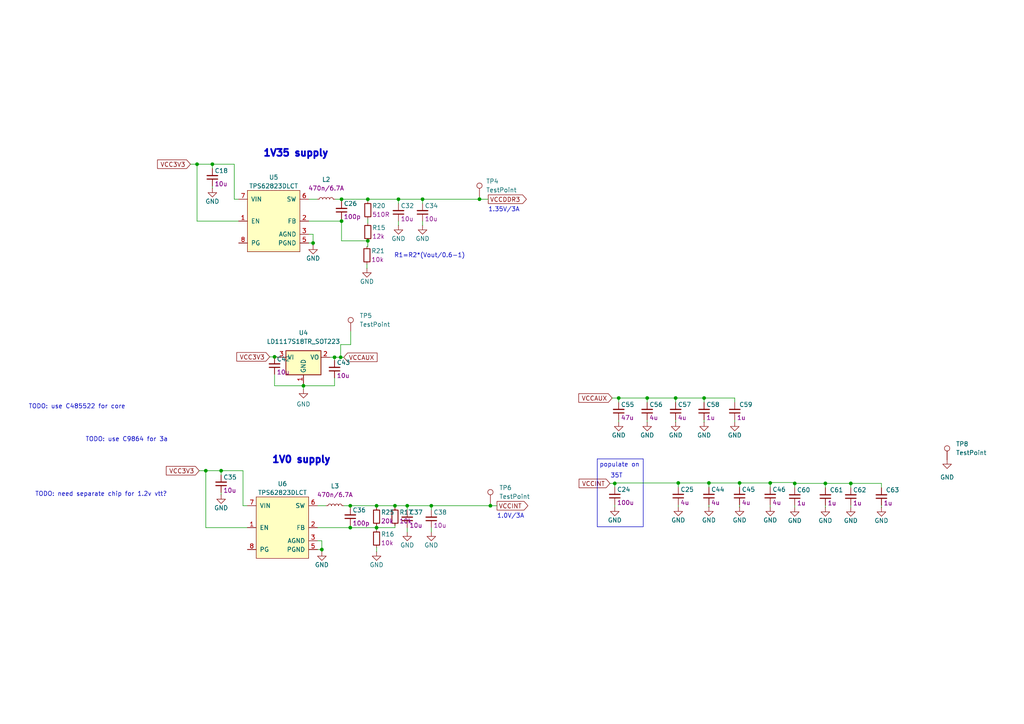
<source format=kicad_sch>
(kicad_sch (version 20230121) (generator eeschema)
  (paper "A4")
  (lib_symbols
    (symbol "C_10u_0402_1" (pin_numbers hide) (pin_names hide)
      (property "Reference" "C" (at 20.32 -5.08 0))
      (property "Val" "10u" (at 20.32 -7.62 0))
      (symbol "C_10u_0402_1_0_1"
        (polyline (pts (xy 2.032 -1.524) (xy 2.032 1.524)) (stroke (width 0.3048)))
        (polyline (pts (xy 3.048 -1.524) (xy 3.048 1.524)) (stroke (width 0.3302)))
      )
      (symbol "C_10u_0402_1_1_1"
        (pin passive line (at 0 0 0) (length 2.032) (name "~") (number "1"))
        (pin passive line (at 5.08 0 180) (length 2.032) (name "~") (number "2"))
      )
    )
    (symbol "C_10u_0402_14" (pin_numbers hide) (pin_names hide)
      (property "Reference" "C" (at 20.32 -5.08 0))
      (property "Val" "10u" (at 20.32 -7.62 0))
      (symbol "C_10u_0402_14_0_1"
        (polyline (pts (xy 2.032 -1.524) (xy 2.032 1.524)) (stroke (width 0.3048)))
        (polyline (pts (xy 3.048 -1.524) (xy 3.048 1.524)) (stroke (width 0.3302)))
      )
      (symbol "C_10u_0402_14_1_1"
        (pin passive line (at 0 0 0) (length 2.032) (name "~") (number "1"))
        (pin passive line (at 5.08 0 180) (length 2.032) (name "~") (number "2"))
      )
    )
    (symbol "C_10u_0402_15" (pin_numbers hide) (pin_names hide)
      (property "Reference" "C" (at 20.32 -5.08 0))
      (property "Val" "10u" (at 20.32 -7.62 0))
      (symbol "C_10u_0402_15_0_1"
        (polyline (pts (xy 2.032 -1.524) (xy 2.032 1.524)) (stroke (width 0.3048)))
        (polyline (pts (xy 3.048 -1.524) (xy 3.048 1.524)) (stroke (width 0.3302)))
      )
      (symbol "C_10u_0402_15_1_1"
        (pin passive line (at 0 0 0) (length 2.032) (name "~") (number "1"))
        (pin passive line (at 5.08 0 180) (length 2.032) (name "~") (number "2"))
      )
    )
    (symbol "C_10u_0402_2" (pin_numbers hide) (pin_names hide)
      (property "Reference" "C" (at 20.32 -5.08 0))
      (property "Val" "10u" (at 20.32 -7.62 0))
      (symbol "C_10u_0402_2_0_1"
        (polyline (pts (xy 2.032 -1.524) (xy 2.032 1.524)) (stroke (width 0.3048)))
        (polyline (pts (xy 3.048 -1.524) (xy 3.048 1.524)) (stroke (width 0.3302)))
      )
      (symbol "C_10u_0402_2_1_1"
        (pin passive line (at 0 0 0) (length 2.032) (name "~") (number "1"))
        (pin passive line (at 5.08 0 180) (length 2.032) (name "~") (number "2"))
      )
    )
    (symbol "C_120p_0402_1" (pin_numbers hide) (pin_names hide)
      (property "Reference" "C" (at 20.32 -5.08 0))
      (property "Val" "120p" (at 20.32 -7.62 0))
      (symbol "C_120p_0402_1_0_1"
        (polyline (pts (xy 2.032 -1.524) (xy 2.032 1.524)) (stroke (width 0.3048)))
        (polyline (pts (xy 3.048 -1.524) (xy 3.048 1.524)) (stroke (width 0.3302)))
      )
      (symbol "C_120p_0402_1_1_1"
        (pin passive line (at 0 0 0) (length 2.032) (name "~") (number "1"))
        (pin passive line (at 5.08 0 180) (length 2.032) (name "~") (number "2"))
      )
    )
    (symbol "C_470n_0402_5" (pin_numbers hide) (pin_names hide)
      (property "Reference" "C" (at 20.32 -5.08 0))
      (property "Val" "470n" (at 20.32 -7.62 0))
      (symbol "C_470n_0402_5_0_1"
        (polyline (pts (xy 2.032 -1.524) (xy 2.032 1.524)) (stroke (width 0.3048)))
        (polyline (pts (xy 3.048 -1.524) (xy 3.048 1.524)) (stroke (width 0.3302)))
      )
      (symbol "C_470n_0402_5_1_1"
        (pin passive line (at 0 0 0) (length 2.032) (name "~") (number "1"))
        (pin passive line (at 5.08 0 180) (length 2.032) (name "~") (number "2"))
      )
    )
    (symbol "C_470n_0402_9" (pin_numbers hide) (pin_names hide)
      (property "Reference" "C" (at 20.32 -5.08 0))
      (property "Val" "470n" (at 20.32 -7.62 0))
      (symbol "C_470n_0402_9_0_1"
        (polyline (pts (xy 2.032 -1.524) (xy 2.032 1.524)) (stroke (width 0.3048)))
        (polyline (pts (xy 3.048 -1.524) (xy 3.048 1.524)) (stroke (width 0.3302)))
      )
      (symbol "C_470n_0402_9_1_1"
        (pin passive line (at 0 0 0) (length 2.032) (name "~") (number "1"))
        (pin passive line (at 5.08 0 180) (length 2.032) (name "~") (number "2"))
      )
    )
    (symbol "C_47u_1210_3" (pin_numbers hide) (pin_names hide)
      (property "Reference" "C" (at 20.32 -5.08 0))
      (property "Val" "47u" (at 20.32 -7.62 0))
      (symbol "C_47u_1210_3_0_1"
        (polyline (pts (xy 2.032 -1.524) (xy 2.032 1.524)) (stroke (width 0.3048)))
        (polyline (pts (xy 3.048 -1.524) (xy 3.048 1.524)) (stroke (width 0.3302)))
      )
      (symbol "C_47u_1210_3_1_1"
        (pin passive line (at 0 0 0) (length 2.032) (name "~") (number "1"))
        (pin passive line (at 5.08 0 180) (length 2.032) (name "~") (number "2"))
      )
    )
    (symbol "C_4u7_0603_1" (pin_numbers hide) (pin_names hide)
      (property "Reference" "C" (at 20.32 -5.08 0))
      (property "Val" "4u7" (at 20.32 -7.62 0))
      (symbol "C_4u7_0603_1_0_1"
        (polyline (pts (xy 2.032 -1.524) (xy 2.032 1.524)) (stroke (width 0.3048)))
        (polyline (pts (xy 3.048 -1.524) (xy 3.048 1.524)) (stroke (width 0.3302)))
      )
      (symbol "C_4u7_0603_1_1_1"
        (pin passive line (at 0 0 0) (length 2.032) (name "~") (number "1"))
        (pin passive line (at 5.08 0 180) (length 2.032) (name "~") (number "2"))
      )
    )
    (symbol "C_4u7_0603_10" (pin_numbers hide) (pin_names hide)
      (property "Reference" "C" (at 20.32 -5.08 0))
      (property "Val" "4u7" (at 20.32 -7.62 0))
      (symbol "C_4u7_0603_10_0_1"
        (polyline (pts (xy 2.032 -1.524) (xy 2.032 1.524)) (stroke (width 0.3048)))
        (polyline (pts (xy 3.048 -1.524) (xy 3.048 1.524)) (stroke (width 0.3302)))
      )
      (symbol "C_4u7_0603_10_1_1"
        (pin passive line (at 0 0 0) (length 2.032) (name "~") (number "1"))
        (pin passive line (at 5.08 0 180) (length 2.032) (name "~") (number "2"))
      )
    )
    (symbol "C_4u7_0603_4" (pin_numbers hide) (pin_names hide)
      (property "Reference" "C" (at 20.32 -5.08 0))
      (property "Val" "4u7" (at 20.32 -7.62 0))
      (symbol "C_4u7_0603_4_0_1"
        (polyline (pts (xy 2.032 -1.524) (xy 2.032 1.524)) (stroke (width 0.3048)))
        (polyline (pts (xy 3.048 -1.524) (xy 3.048 1.524)) (stroke (width 0.3302)))
      )
      (symbol "C_4u7_0603_4_1_1"
        (pin passive line (at 0 0 0) (length 2.032) (name "~") (number "1"))
        (pin passive line (at 5.08 0 180) (length 2.032) (name "~") (number "2"))
      )
    )
    (symbol "C_4u7_0603_7" (pin_numbers hide) (pin_names hide)
      (property "Reference" "C" (at 20.32 -5.08 0))
      (property "Val" "4u7" (at 20.32 -7.62 0))
      (symbol "C_4u7_0603_7_0_1"
        (polyline (pts (xy 2.032 -1.524) (xy 2.032 1.524)) (stroke (width 0.3048)))
        (polyline (pts (xy 3.048 -1.524) (xy 3.048 1.524)) (stroke (width 0.3302)))
      )
      (symbol "C_4u7_0603_7_1_1"
        (pin passive line (at 0 0 0) (length 2.032) (name "~") (number "1"))
        (pin passive line (at 5.08 0 180) (length 2.032) (name "~") (number "2"))
      )
    )
    (symbol "C_4u7_0603_8" (pin_numbers hide) (pin_names hide)
      (property "Reference" "C" (at 20.32 -5.08 0))
      (property "Val" "4u7" (at 20.32 -7.62 0))
      (symbol "C_4u7_0603_8_0_1"
        (polyline (pts (xy 2.032 -1.524) (xy 2.032 1.524)) (stroke (width 0.3048)))
        (polyline (pts (xy 3.048 -1.524) (xy 3.048 1.524)) (stroke (width 0.3302)))
      )
      (symbol "C_4u7_0603_8_1_1"
        (pin passive line (at 0 0 0) (length 2.032) (name "~") (number "1"))
        (pin passive line (at 5.08 0 180) (length 2.032) (name "~") (number "2"))
      )
    )
    (symbol "C_4u7_0603_9" (pin_numbers hide) (pin_names hide)
      (property "Reference" "C" (at 20.32 -5.08 0))
      (property "Val" "4u7" (at 20.32 -7.62 0))
      (symbol "C_4u7_0603_9_0_1"
        (polyline (pts (xy 2.032 -1.524) (xy 2.032 1.524)) (stroke (width 0.3048)))
        (polyline (pts (xy 3.048 -1.524) (xy 3.048 1.524)) (stroke (width 0.3302)))
      )
      (symbol "C_4u7_0603_9_1_1"
        (pin passive line (at 0 0 0) (length 2.032) (name "~") (number "1"))
        (pin passive line (at 5.08 0 180) (length 2.032) (name "~") (number "2"))
      )
    )
    (symbol "Connector:TestPoint" (pin_numbers hide) (pin_names (offset 0.762) hide)
      (property "Reference" "TP" (at 0 6.858 0))
      (property "Value" "TestPoint" (at 0 5.08 0))
      (symbol "TestPoint_0_1"
        (circle (center 0 3.302) (radius 0.762))
      )
      (symbol "TestPoint_1_1"
        (pin passive line (at 0 0 90) (length 2.54) (name "1") (number "1"))
      )
    )
    (symbol "IHLP1212AEERR47M11_4" (pin_numbers hide) (pin_names hide)
      (property "Reference" "L" (at 13.97 0 0))
      (property "Val" "470n/6.7A" (at 13.97 -5.08 0))
      (symbol "IHLP1212AEERR47M11_4_0_1"
        (arc (start 1.524 0) (mid 1.016 0.5058) (end 0.508 0))
        (arc (start 2.54 0) (mid 2.032 0.5058) (end 1.524 0))
        (arc (start 3.556 0) (mid 3.048 0.5058) (end 2.54 0))
        (arc (start 4.572 0) (mid 4.064 0.5058) (end 3.556 0))
      )
      (symbol "IHLP1212AEERR47M11_4_1_1"
        (pin passive line (at 0 0 0) (length 0.508) (name "~") (number "1"))
        (pin passive line (at 5.08 0 180) (length 0.508) (name "~") (number "2"))
      )
    )
    (symbol "R_100k_0402_1" (pin_numbers hide) (pin_names hide)
      (property "Reference" "R" (at 20.32 -5.08 0))
      (property "Val" "100k" (at 20.32 -7.62 0))
      (symbol "R_100k_0402_1_0_1"
        (rectangle (start 0.635 0.889) (end 4.445 -0.889) (stroke (width 0.254)))
      )
      (symbol "R_100k_0402_1_1_1"
        (pin passive line (at 0 0 0) (length 0.635) (name "~") (number "1"))
        (pin passive line (at 5.08 0 180) (length 0.635) (name "~") (number "2"))
      )
    )
    (symbol "Regulator_Linear:LD1117S18TR_SOT223"
      (property "Reference" "U" (at -3.81 3.175 0))
      (property "Value" "LD1117S18TR_SOT223" (at 0 3.175 0))
      (symbol "LD1117S18TR_SOT223_0_1"
        (rectangle (start -5.08 -5.08) (end 5.08 1.905) (stroke (width 0.254)) (fill (type background)))
      )
      (symbol "LD1117S18TR_SOT223_1_1"
        (pin power_in line (at 0 -7.62 90) (length 2.54) (name "GND") (number "1"))
        (pin power_out line (at 7.62 0 180) (length 2.54) (name "VO") (number "2"))
        (pin power_in line (at -7.62 0 0) (length 2.54) (name "VI") (number "3"))
      )
    )
    (symbol "TPS62823DLCT_1" (pin_names (offset 1.016))
      (property "Reference" "U" (at 34.29 1.27 0))
      (property "Value" "TPS62823DLCT_1" (at 34.29 -1.27 0))
      (symbol "TPS62823DLCT_1_0_0"
        (pin no_connect line (at 17.78 -2.54 180) (length 2.54) hide (name "NC") (number "4"))
      )
      (symbol "TPS62823DLCT_1_0_1"
        (rectangle (start 2.54 2.54) (end 17.78 -15.24) (fill (type background)))
      )
      (symbol "TPS62823DLCT_1_1_1"
        (pin input line (at 0 -6.35 0) (length 2.54) (name "EN") (number "1"))
        (pin bidirectional line (at 20.32 -6.35 180) (length 2.54) (name "FB") (number "2"))
        (pin power_in line (at 20.32 -10.16 180) (length 2.54) (name "AGND") (number "3"))
        (pin power_in line (at 20.32 -12.7 180) (length 2.54) (name "PGND") (number "5"))
        (pin bidirectional line (at 20.32 0 180) (length 2.54) (name "SW") (number "6"))
        (pin power_in line (at 0 0 0) (length 2.54) (name "VIN") (number "7"))
        (pin output line (at 0 -12.7 0) (length 2.54) (name "PG") (number "8"))
      )
    )
    (symbol "TPS62823DLCT_4" (pin_names (offset 1.016))
      (property "Reference" "U" (at 34.29 1.27 0))
      (property "Value" "TPS62823DLCT_4" (at 34.29 -1.27 0))
      (symbol "TPS62823DLCT_4_0_0"
        (pin no_connect line (at 17.78 -2.54 180) (length 2.54) hide (name "NC") (number "4"))
      )
      (symbol "TPS62823DLCT_4_0_1"
        (rectangle (start 2.54 2.54) (end 17.78 -15.24) (fill (type background)))
      )
      (symbol "TPS62823DLCT_4_1_1"
        (pin input line (at 0 -6.35 0) (length 2.54) (name "EN") (number "1"))
        (pin bidirectional line (at 20.32 -6.35 180) (length 2.54) (name "FB") (number "2"))
        (pin power_in line (at 20.32 -10.16 180) (length 2.54) (name "AGND") (number "3"))
        (pin power_in line (at 20.32 -12.7 180) (length 2.54) (name "PGND") (number "5"))
        (pin bidirectional line (at 20.32 0 180) (length 2.54) (name "SW") (number "6"))
        (pin power_in line (at 0 0 0) (length 2.54) (name "VIN") (number "7"))
        (pin output line (at 0 -12.7 0) (length 2.54) (name "PG") (number "8"))
      )
    )
    (symbol "antmicroCapacitors0402:C_120p_0402" (pin_numbers hide) (pin_names hide)
      (property "Reference" "C" (at 20.32 -5.08 0))
      (property "Val" "120p" (at 20.32 -7.62 0))
      (symbol "C_120p_0402_0_1"
        (polyline (pts (xy 2.032 -1.524) (xy 2.032 1.524)) (stroke (width 0.3048)))
        (polyline (pts (xy 3.048 -1.524) (xy 3.048 1.524)) (stroke (width 0.3302)))
      )
      (symbol "C_120p_0402_1_1"
        (pin passive line (at 0 0 0) (length 2.032) (name "~") (number "1"))
        (pin passive line (at 5.08 0 180) (length 2.032) (name "~") (number "2"))
      )
    )
    (symbol "antmicroCapacitors0603:C_10u_0603" (pin_numbers hide) (pin_names hide)
      (property "Reference" "C" (at 20.32 -5.08 0))
      (property "Val" "10u" (at 20.32 -7.62 0))
      (symbol "C_10u_0603_0_1"
        (polyline (pts (xy 2.032 -1.524) (xy 2.032 1.524)) (stroke (width 0.3048)))
        (polyline (pts (xy 3.048 -1.524) (xy 3.048 1.524)) (stroke (width 0.3302)))
      )
      (symbol "C_10u_0603_1_1"
        (pin passive line (at 0 0 0) (length 2.032) (name "~") (number "1"))
        (pin passive line (at 5.08 0 180) (length 2.032) (name "~") (number "2"))
      )
    )
    (symbol "antmicroCapacitorsmisc:C_100u_1210" (pin_numbers hide) (pin_names hide)
      (property "Reference" "C" (at 20.32 -5.08 0))
      (property "Val" "100u" (at 20.32 -7.62 0))
      (symbol "C_100u_1210_0_1"
        (polyline (pts (xy 2.032 -1.524) (xy 2.032 1.524)) (stroke (width 0.3048)))
        (polyline (pts (xy 3.048 -1.524) (xy 3.048 1.524)) (stroke (width 0.3302)))
      )
      (symbol "C_100u_1210_1_1"
        (pin passive line (at 0 0 0) (length 2.032) (name "~") (number "1"))
        (pin passive line (at 5.08 0 180) (length 2.032) (name "~") (number "2"))
      )
    )
    (symbol "antmicroFixedInductors:IHLP1212AEERR47M11" (pin_numbers hide) (pin_names hide)
      (property "Reference" "L" (at 13.97 0 0))
      (property "Val" "470n/6.7A" (at 13.97 -5.08 0))
      (symbol "IHLP1212AEERR47M11_0_1"
        (arc (start 1.524 0) (mid 1.016 0.5058) (end 0.508 0))
        (arc (start 2.54 0) (mid 2.032 0.5058) (end 1.524 0))
        (arc (start 3.556 0) (mid 3.048 0.5058) (end 2.54 0))
        (arc (start 4.572 0) (mid 4.064 0.5058) (end 3.556 0))
      )
      (symbol "IHLP1212AEERR47M11_1_1"
        (pin passive line (at 0 0 0) (length 0.508) (name "~") (number "1"))
        (pin passive line (at 5.08 0 180) (length 0.508) (name "~") (number "2"))
      )
    )
    (symbol "antmicroResistors0402:R_200k_0402" (pin_numbers hide) (pin_names hide)
      (property "Reference" "R" (at 20.32 -5.08 0))
      (property "Val" "200k" (at 20.32 -7.62 0))
      (symbol "R_200k_0402_0_1"
        (rectangle (start 0.635 0.889) (end 4.445 -0.889) (stroke (width 0.254)))
      )
      (symbol "R_200k_0402_1_1"
        (pin passive line (at 0 0 0) (length 0.635) (name "~") (number "1"))
        (pin passive line (at 5.08 0 180) (length 0.635) (name "~") (number "2"))
      )
    )
    (symbol "antmicroResistors0402:R_66k5_0402" (pin_numbers hide) (pin_names hide)
      (property "Reference" "R" (at 20.32 -5.08 0))
      (property "Val" "66k5" (at 20.32 -7.62 0))
      (symbol "R_66k5_0402_0_1"
        (rectangle (start 0.635 0.889) (end 4.445 -0.889) (stroke (width 0.254)))
      )
      (symbol "R_66k5_0402_1_1"
        (pin passive line (at 0 0 0) (length 0.635) (name "~") (number "1"))
        (pin passive line (at 5.08 0 180) (length 0.635) (name "~") (number "2"))
      )
    )
    (symbol "antmicropower:GND" (power) (pin_numbers hide) (pin_names hide)
      (property "Value" "GND" (at 8.89 -5.08 0))
      (symbol "GND_1_1"
        (polyline (pts (xy 0 0) (xy 0 -1.27) (xy 1.27 -1.27) (xy 0 -2.54) (xy -1.27 -1.27) (xy 0 -1.27)))
        (pin power_in line (at 0 0 270) (length 0) (name "GND") (number "1"))
      )
    )
    (symbol "power:GND" (power) (pin_names (offset 0))
      (property "Value" "GND" (at 0 -3.81 0))
      (symbol "GND_0_1"
        (polyline (pts (xy 0 0) (xy 0 -1.27) (xy 1.27 -1.27) (xy 0 -2.54) (xy -1.27 -1.27) (xy 0 -1.27)))
      )
      (symbol "GND_1_1"
        (pin power_in line (at 0 0 270) (length 0) hide (name "GND") (number "1"))
      )
    )
  )
  (junction (at 64.135 136.525))
  (junction (at 59.69 136.525))
  (junction (at 204.216 115.443))
  (junction (at 196.723 140.081))
  (junction (at 90.805 70.485))
  (junction (at 214.503 140.081))
  (junction (at 122.555 57.785))
  (junction (at 57.15 47.625))
  (junction (at 93.345 159.385))
  (junction (at 97.028 103.632))
  (junction (at 88.011 111.887))
  (junction (at 179.451 115.443))
  (junction (at 101.6 153.035))
  (junction (at 223.393 140.081))
  (junction (at 139.065 57.785))
  (junction (at 99.06 64.135))
  (junction (at 101.6 146.685))
  (junction (at 106.68 57.785))
  (junction (at 98.806 103.632))
  (junction (at 99.06 57.785))
  (junction (at 79.629 103.505))
  (junction (at 109.22 146.685))
  (junction (at 125.095 146.685))
  (junction (at 106.68 69.85))
  (junction (at 230.505 140.208))
  (junction (at 187.706 115.443))
  (junction (at 195.961 115.443))
  (junction (at 178.308 140.208))
  (junction (at 239.395 140.208))
  (junction (at 109.22 153.035))
  (junction (at 205.613 140.081))
  (junction (at 246.761 140.208))
  (junction (at 118.11 146.685))
  (junction (at 142.24 146.685))
  (junction (at 114.554 146.685))
  (junction (at 115.57 57.785))
  (junction (at 61.595 47.625))
  (wire (pts (xy 99.06 63.5) (xy 99.06 64.135)))
  (wire (pts (xy 99.06 57.785) (xy 106.68 57.785)))
  (wire (pts (xy 97.155 57.785) (xy 99.06 57.785)))
  (wire (pts (xy 223.393 139.954) (xy 223.393 140.081)))
  (wire (pts (xy 99.695 146.685) (xy 101.6 146.685)))
  (wire (pts (xy 101.6 153.035) (xy 109.22 153.035)))
  (wire (pts (xy 89.535 70.485) (xy 90.805 70.485)))
  (wire (pts (xy 71.755 153.035) (xy 59.69 153.035)))
  (wire (pts (xy 178.308 140.081) (xy 178.308 140.208)))
  (wire (pts (xy 92.075 57.785) (xy 89.535 57.785)))
  (wire (pts (xy 230.505 140.208) (xy 230.505 141.478)))
  (wire (pts (xy 64.135 136.525) (xy 64.135 137.795)))
  (wire (pts (xy 109.22 152.4) (xy 109.22 153.035)))
  (wire (pts (xy 106.68 57.785) (xy 106.68 58.42)))
  (wire (pts (xy 99.06 69.85) (xy 99.06 64.135)))
  (wire (pts (xy 230.505 146.558) (xy 230.505 147.193)))
  (wire (pts (xy 230.505 139.954) (xy 230.505 140.208)))
  (wire (pts (xy 125.095 146.685) (xy 125.095 147.955)))
  (wire (pts (xy 101.727 99.949) (xy 98.806 99.949)))
  (wire (pts (xy 179.451 121.793) (xy 179.451 122.428)))
  (wire (pts (xy 89.535 64.135) (xy 99.06 64.135)))
  (wire (pts (xy 101.6 152.4) (xy 101.6 153.035)))
  (wire (pts (xy 97.028 109.601) (xy 97.028 111.887)))
  (wire (pts (xy 177.546 115.443) (xy 179.451 115.443)))
  (wire (pts (xy 204.216 121.793) (xy 204.216 122.428)))
  (wire (pts (xy 106.68 57.785) (xy 115.57 57.785)))
  (wire (pts (xy 79.629 108.712) (xy 79.629 111.887)))
  (wire (pts (xy 97.028 103.632) (xy 97.028 104.521)))
  (wire (pts (xy 92.075 153.035) (xy 101.6 153.035)))
  (wire (pts (xy 196.723 147.066) (xy 196.723 146.431)))
  (wire (pts (xy 213.106 121.793) (xy 213.106 122.428)))
  (wire (pts (xy 78.232 103.505) (xy 79.629 103.505)))
  (wire (pts (xy 187.706 121.793) (xy 187.706 122.428)))
  (wire (pts (xy 204.216 115.443) (xy 204.216 116.713)))
  (wire (pts (xy 176.911 140.208) (xy 178.308 140.208)))
  (wire (pts (xy 90.805 67.945) (xy 90.805 70.485)))
  (wire (pts (xy 178.308 146.431) (xy 178.308 147.066)))
  (wire (pts (xy 178.308 140.081) (xy 196.723 140.081)))
  (wire (pts (xy 59.69 153.035) (xy 59.69 136.525)))
  (wire (pts (xy 101.6 146.685) (xy 109.22 146.685)))
  (wire (pts (xy 67.945 57.785) (xy 69.215 57.785)))
  (wire (pts (xy 70.485 136.525) (xy 70.485 146.685)))
  (wire (pts (xy 114.554 146.685) (xy 118.11 146.685)))
  (wire (pts (xy 61.595 47.625) (xy 61.595 48.895)))
  (wire (pts (xy 195.961 115.443) (xy 195.961 116.713)))
  (wire (pts (xy 223.393 147.066) (xy 223.393 146.431)))
  (wire (pts (xy 196.723 140.081) (xy 196.723 141.351)))
  (wire (pts (xy 195.961 115.443) (xy 204.216 115.443)))
  (wire (pts (xy 246.761 146.558) (xy 246.761 147.193)))
  (wire (pts (xy 94.615 146.685) (xy 92.075 146.685)))
  (wire (pts (xy 106.68 69.85) (xy 106.68 71.501)))
  (polyline (pts (xy 186.563 133.096) (xy 186.563 152.781)))
  (wire (pts (xy 93.345 159.385) (xy 93.345 160.02)))
  (wire (pts (xy 67.945 57.785) (xy 67.945 47.625)))
  (wire (pts (xy 178.308 140.208) (xy 178.308 141.351)))
  (wire (pts (xy 118.11 146.685) (xy 125.095 146.685)))
  (wire (pts (xy 196.723 140.081) (xy 205.613 140.081)))
  (wire (pts (xy 57.15 47.625) (xy 61.595 47.625)))
  (wire (pts (xy 109.22 153.035) (xy 109.22 153.67)))
  (wire (pts (xy 106.426 76.581) (xy 106.426 77.851)))
  (wire (pts (xy 70.485 146.685) (xy 71.755 146.685)))
  (polyline (pts (xy 173.228 133.096) (xy 173.228 152.781)))
  (wire (pts (xy 92.075 159.385) (xy 93.345 159.385)))
  (wire (pts (xy 99.06 57.785) (xy 99.06 58.42)))
  (wire (pts (xy 205.613 140.081) (xy 214.503 140.081)))
  (wire (pts (xy 90.805 70.485) (xy 90.805 71.12)))
  (wire (pts (xy 125.095 153.035) (xy 125.095 154.305)))
  (wire (pts (xy 142.24 146.05) (xy 142.24 146.685)))
  (wire (pts (xy 98.806 99.949) (xy 98.806 103.632)))
  (wire (pts (xy 230.505 140.208) (xy 239.395 140.208)))
  (wire (pts (xy 139.065 57.785) (xy 141.605 57.785)))
  (wire (pts (xy 179.451 115.443) (xy 187.706 115.443)))
  (wire (pts (xy 246.761 140.208) (xy 255.651 140.208)))
  (wire (pts (xy 205.613 147.066) (xy 205.613 146.431)))
  (wire (pts (xy 255.651 140.208) (xy 255.651 141.478)))
  (wire (pts (xy 139.065 57.15) (xy 139.065 57.785)))
  (wire (pts (xy 93.345 156.845) (xy 93.345 159.385)))
  (wire (pts (xy 204.216 115.443) (xy 213.106 115.443)))
  (wire (pts (xy 89.535 67.945) (xy 90.805 67.945)))
  (wire (pts (xy 101.727 96.139) (xy 101.727 99.949)))
  (wire (pts (xy 106.68 71.501) (xy 106.426 71.501)))
  (polyline (pts (xy 186.563 152.781) (xy 173.228 152.781)))
  (wire (pts (xy 239.395 146.558) (xy 239.395 147.193)))
  (wire (pts (xy 106.68 63.5) (xy 106.68 64.77)))
  (wire (pts (xy 67.945 47.625) (xy 61.595 47.625)))
  (wire (pts (xy 79.629 103.505) (xy 80.391 103.505)))
  (wire (pts (xy 214.503 147.066) (xy 214.503 146.431)))
  (wire (pts (xy 115.57 57.785) (xy 115.57 59.055)))
  (wire (pts (xy 57.785 136.525) (xy 59.69 136.525)))
  (wire (pts (xy 109.22 146.685) (xy 109.22 147.32)))
  (wire (pts (xy 187.706 115.443) (xy 195.961 115.443)))
  (wire (pts (xy 109.22 146.685) (xy 114.554 146.685)))
  (wire (pts (xy 122.555 57.785) (xy 139.065 57.785)))
  (wire (pts (xy 97.028 111.887) (xy 88.011 111.887)))
  (wire (pts (xy 125.095 146.685) (xy 142.24 146.685)))
  (wire (pts (xy 59.69 136.525) (xy 64.135 136.525)))
  (wire (pts (xy 98.806 103.632) (xy 99.695 103.632)))
  (wire (pts (xy 195.961 121.793) (xy 195.961 122.428)))
  (wire (pts (xy 79.629 111.887) (xy 88.011 111.887)))
  (wire (pts (xy 70.485 136.525) (xy 64.135 136.525)))
  (wire (pts (xy 187.706 115.443) (xy 187.706 116.713)))
  (wire (pts (xy 114.554 153.035) (xy 109.22 153.035)))
  (wire (pts (xy 239.395 140.208) (xy 239.395 141.478)))
  (wire (pts (xy 64.135 142.875) (xy 64.135 143.51)))
  (wire (pts (xy 118.11 146.685) (xy 118.11 147.955)))
  (wire (pts (xy 88.011 111.887) (xy 88.011 112.903)))
  (wire (pts (xy 115.57 64.135) (xy 115.57 65.405)))
  (wire (pts (xy 214.503 140.081) (xy 223.393 140.081)))
  (wire (pts (xy 255.651 146.558) (xy 255.651 147.193)))
  (wire (pts (xy 55.245 47.625) (xy 57.15 47.625)))
  (wire (pts (xy 239.395 140.208) (xy 246.761 140.208)))
  (wire (pts (xy 246.761 140.208) (xy 246.761 141.478)))
  (wire (pts (xy 122.555 64.135) (xy 122.555 65.405)))
  (wire (pts (xy 223.393 139.954) (xy 230.505 139.954)))
  (wire (pts (xy 142.24 146.685) (xy 144.145 146.685)))
  (wire (pts (xy 205.613 140.081) (xy 205.613 141.351)))
  (wire (pts (xy 118.11 153.035) (xy 118.11 154.305)))
  (wire (pts (xy 57.15 64.135) (xy 69.215 64.135)))
  (wire (pts (xy 101.6 146.685) (xy 101.6 147.32)))
  (wire (pts (xy 179.451 115.443) (xy 179.451 116.713)))
  (wire (pts (xy 57.15 47.625) (xy 57.15 64.135)))
  (wire (pts (xy 95.631 103.632) (xy 97.028 103.632)))
  (wire (pts (xy 213.106 115.443) (xy 213.106 116.713)))
  (wire (pts (xy 92.075 156.845) (xy 93.345 156.845)))
  (wire (pts (xy 223.393 140.081) (xy 223.393 141.351)))
  (wire (pts (xy 214.503 140.081) (xy 214.503 141.351)))
  (wire (pts (xy 106.68 69.85) (xy 99.06 69.85)))
  (wire (pts (xy 115.57 57.785) (xy 122.555 57.785)))
  (wire (pts (xy 114.554 146.685) (xy 114.554 147.32)))
  (wire (pts (xy 122.555 57.785) (xy 122.555 59.055)))
  (wire (pts (xy 114.554 152.4) (xy 114.554 153.035)))
  (wire (pts (xy 80.391 103.505) (xy 80.391 103.632)))
  (wire (pts (xy 109.22 158.75) (xy 109.22 160.02)))
  (wire (pts (xy 61.595 53.975) (xy 61.595 54.61)))
  (wire (pts (xy 88.011 111.252) (xy 88.011 111.887)))
  (wire (pts (xy 97.028 103.632) (xy 98.806 103.632)))
  (polyline (pts (xy 173.228 133.096) (xy 186.563 133.096)))
  (text "35T" (at 177.038 138.811 0) (effects (font (size 1.27 1.27)) (justify left bottom)))
  (text "1.35V/3A" (at 141.605 61.595 0) (effects (font (size 1.27 1.27)) (justify left bottom)))
  (text "1V0 supply" (at 78.74 134.62 0) (effects (font (size 2 2) (thickness 0.5994) bold) (justify left bottom)))
  (text "TODO: use C9864 for 3a" (at 24.765 128.27 0) (effects (font (size 1.27 1.27)) (justify left bottom)))
  (text "R1=R2*(Vout/0.6-1)" (at 114.3 74.93 0) (effects (font (size 1.27 1.27)) (justify left bottom)))
  (text "TODO: use C485522 for core" (at 8.255 118.745 0) (effects (font (size 1.27 1.27)) (justify left bottom)))
  (text "1V35 supply" (at 76.2 45.72 0) (effects (font (size 2 2) (thickness 0.5994) bold) (justify left bottom)))
  (text "1.0V/3A" (at 144.145 150.495 0) (effects (font (size 1.27 1.27)) (justify left bottom)))
  (text "TODO: need separate chip for 1.2v vtt?" (at 10.16 144.145 0) (effects (font (size 1.27 1.27)) (justify left bottom)))
  (text "populate on \n" (at 173.863 135.636 0) (effects (font (size 1.27 1.27)) (justify left bottom)))
  (global_label "VCCDDR3" (shape output) (at 141.605 57.785 0) (property "Intersheetrefs" "${INTERSHEET_REFS}" (effects hide)))
  (global_label "VCC3V3" (shape input) (at 78.232 103.505 180) (property "Intersheetrefs" "${INTERSHEET_REFS}" (effects hide)))
  (global_label "VCC3V3" (shape input) (at 57.785 136.525 180) (property "Intersheetrefs" "${INTERSHEET_REFS}" (effects hide)))
  (global_label "VCCAUX" (shape input) (at 99.695 103.632 0) (property "Intersheetrefs" "${INTERSHEET_REFS}" (effects hide)))
  (global_label "VCCAUX" (shape input) (at 177.546 115.443 180) (property "Intersheetrefs" "${INTERSHEET_REFS}" (effects hide)))
  (global_label "VCCINT" (shape output) (at 144.145 146.685 0) (property "Intersheetrefs" "${INTERSHEET_REFS}" (effects hide)))
  (global_label "VCCINT" (shape input) (at 176.911 140.208 180) (property "Intersheetrefs" "${INTERSHEET_REFS}" (effects hide)))
  (global_label "VCC3V3" (shape input) (at 55.245 47.625 180) (property "Intersheetrefs" "${INTERSHEET_REFS}" (effects hide)))
  (symbol (lib_id "antmicropower:GND") (at 125.095 154.305 0) (unit 1)
    (property "Reference" "#PWR043" (effects hide))
    (property "Value" "GND" (at 125.095 158.115 0))
    (property "Author" "Antmicro" (effects hide))
    (property "License" "Apache-2.0" (effects hide))
  )
  (symbol (lib_id "antmicropower:GND") (at 122.555 65.405 0) (unit 1)
    (property "Reference" "#PWR038" (effects hide))
    (property "Value" "GND" (at 122.555 69.215 0))
    (property "Author" "Antmicro" (effects hide))
    (property "License" "Apache-2.0" (effects hide))
  )
  (symbol (lib_name "C_10u_0402_1") (lib_id "antmicroCapacitors0402:C_10u_0402") (at 97.028 109.601 90) (unit 1)
    (property "Reference" "C43" (at 97.663 105.156 90) (effects (justify right)))
    (property "Value" "10u" (effects hide))
    (property "Footprint" "antmicro-footprints:C_0402_1005Metric" (effects hide))
    (property "Datasheet" " " (effects hide))
    (property "Manufacturer" "Yaego" (effects hide))
    (property "MPN" "CC0402MRX5R5BB106" (effects hide))
    (property "Val" "10u" (at 97.663 108.966 90) (effects (justify right)))
    (property "License" "Apache-2.0" (effects hide))
    (property "Author" "Antmicro" (effects hide))
    (property "LCSC" "C15525" (effects hide))
  )
  (symbol (lib_id "antmicropower:GND") (at 64.135 143.51 0) (unit 1)
    (property "Reference" "#PWR039" (effects hide))
    (property "Value" "GND" (at 64.135 147.32 0))
    (property "Author" "Antmicro" (effects hide))
    (property "License" "Apache-2.0" (effects hide))
  )
  (symbol (lib_id "antmicropower:GND") (at 178.308 147.066 0) (unit 1)
    (property "Reference" "#PWR012" (effects hide))
    (property "Value" "GND" (at 178.308 150.876 0))
    (property "Author" "Antmicro" (effects hide))
    (property "License" "Apache-2.0" (effects hide))
  )
  (symbol (lib_id "antmicropower:GND") (at 214.503 147.066 0) (mirror y) (unit 1)
    (property "Reference" "#PWR019" (effects hide))
    (property "Value" "GND" (at 214.503 150.876 0))
    (property "Author" "Antmicro" (effects hide))
    (property "License" "Apache-2.0" (effects hide))
  )
  (symbol (lib_name "R_100k_0402_1") (lib_id "antmicroResistors0402:R_100k_0402") (at 109.22 153.67 270) (unit 1)
    (property "Reference" "R16" (at 110.49 154.94 90) (effects (justify left)))
    (property "Value" "10k" (effects hide))
    (property "Footprint" "antmicro-footprints:R_0402_1005Metric" (effects hide))
    (property "Datasheet" "https://www.bourns.com/docs/product-datasheets/cr.pdf" (effects hide))
    (property "Manufacturer" "Bourns" (effects hide))
    (property "MPN" "CR0402-FX-1003GLF" (effects hide))
    (property "Val" "10k" (at 110.49 157.48 90) (effects (justify left)))
    (property "License" "Apache-2.0" (effects hide))
    (property "Author" "Antmicro" (effects hide))
    (property "Tolerance" "1%" (effects hide))
    (property "LCSC" "C25744" (effects hide))
  )
  (symbol (lib_name "C_120p_0402_1") (lib_id "antmicroCapacitors0402:C_120p_0402") (at 99.06 63.5 90) (unit 1)
    (property "Reference" "C26" (at 99.695 59.055 90) (effects (justify right)))
    (property "Value" "100p" (effects hide))
    (property "Footprint" "antmicro-footprints:C_0402_1005Metric" (effects hide))
    (property "Datasheet" " " (effects hide))
    (property "Manufacturer" "KEMET" (effects hide))
    (property "MPN" "C0402C121J5GACTU" (effects hide))
    (property "Val" "100p" (at 99.695 62.865 90) (effects (justify right)))
    (property "License" "Apache-2.0" (effects hide))
    (property "Author" "Antmicro" (effects hide))
    (property "LCSC" "C1546" (effects hide))
  )
  (symbol (lib_id "antmicroResistors0402:R_200k_0402") (at 106.68 63.5 90) (unit 1)
    (property "Reference" "R20" (at 107.95 59.69 90) (effects (justify right)))
    (property "Value" "510R" (effects hide))
    (property "Footprint" "antmicro-footprints:R_0402_1005Metric" (effects hide))
    (property "Datasheet" "https://www.bourns.com/docs/product-datasheets/cr.pdf" (effects hide))
    (property "MPN" "CR0402-FX-2003GLF" (effects hide))
    (property "Manufacturer" "Bourns" (effects hide))
    (property "License" "Apache-2.0" (effects hide))
    (property "Author" "Antmicro" (effects hide))
    (property "Val" "510R" (at 107.95 62.23 90) (effects (justify right)))
    (property "Tolerance" "1%" (effects hide))
    (property "LCSC" "C25123" (effects hide))
  )
  (symbol (lib_id "antmicropower:GND") (at 109.22 160.02 0) (unit 1)
    (property "Reference" "#PWR041" (effects hide))
    (property "Value" "GND" (at 109.22 163.83 0))
    (property "Author" "Antmicro" (effects hide))
    (property "License" "Apache-2.0" (effects hide))
  )
  (symbol (lib_id "antmicropower:GND") (at 187.706 122.428 0) (unit 1)
    (property "Reference" "#PWR037" (effects hide))
    (property "Value" "GND" (at 187.706 126.238 0))
    (property "Author" "Antmicro" (effects hide))
    (property "License" "Apache-2.0" (effects hide))
  )
  (symbol (lib_id "antmicropower:GND") (at 213.106 122.428 0) (unit 1)
    (property "Reference" "#PWR045" (effects hide))
    (property "Value" "GND" (at 213.106 126.238 0))
    (property "Author" "Antmicro" (effects hide))
    (property "License" "Apache-2.0" (effects hide))
  )
  (symbol (lib_id "antmicropower:GND") (at 179.451 122.428 0) (unit 1)
    (property "Reference" "#PWR033" (effects hide))
    (property "Value" "GND" (at 179.451 126.238 0))
    (property "Author" "Antmicro" (effects hide))
    (property "License" "Apache-2.0" (effects hide))
  )
  (symbol (lib_id "antmicropower:GND") (at 239.395 147.193 0) (unit 1)
    (property "Reference" "#PWR047" (effects hide))
    (property "Value" "GND" (at 239.395 151.003 0))
    (property "Author" "Antmicro" (effects hide))
    (property "License" "Apache-2.0" (effects hide))
  )
  (symbol (lib_id "Connector:TestPoint") (at 274.701 133.35 0) (unit 1)
    (property "Reference" "TP8" (at 277.241 128.778 0) (effects (justify left)))
    (property "Value" "TestPoint" (at 277.241 131.318 0) (effects (justify left)))
    (property "Footprint" "TestPoint:TestPoint_Pad_D1.0mm" (effects hide))
  )
  (symbol (lib_id "antmicropower:GND") (at 61.595 54.61 0) (unit 1)
    (property "Reference" "#PWR020" (effects hide))
    (property "Value" "GND" (at 61.595 58.42 0))
    (property "Author" "Antmicro" (effects hide))
    (property "License" "Apache-2.0" (effects hide))
  )
  (symbol (lib_id "antmicroCapacitorsmisc:C_100u_1210") (at 178.308 146.431 90) (unit 1)
    (property "Reference" "C24" (at 178.943 141.986 90) (effects (justify right)))
    (property "Value" "100u" (effects hide))
    (property "Footprint" "antmicro-footprints:C_1206_3216Metric" (effects hide))
    (property "Datasheet" " " (effects hide))
    (property "Manufacturer" "Samsung" (effects hide))
    (property "MPN" "CL32A107MQVNNNE" (effects hide))
    (property "Val" "100u" (at 178.943 145.796 90) (effects (justify right)))
    (property "License" "Apache-2.0" (effects hide))
    (property "Author" "Antmicro" (effects hide))
    (property "LCSC" "C15008" (effects hide))
  )
  (symbol (lib_name "C_10u_0402_1") (lib_id "antmicroCapacitors0402:C_10u_0402") (at 79.629 108.585 90) (unit 1)
    (property "Reference" "C42" (at 80.264 104.14 90) (effects (justify right)))
    (property "Value" "10u" (effects hide))
    (property "Footprint" "antmicro-footprints:C_0402_1005Metric" (effects hide))
    (property "Datasheet" " " (effects hide))
    (property "Manufacturer" "Yaego" (effects hide))
    (property "MPN" "CC0402MRX5R5BB106" (effects hide))
    (property "Val" "10u" (at 80.264 107.95 90) (effects (justify right)))
    (property "License" "Apache-2.0" (effects hide))
    (property "Author" "Antmicro" (effects hide))
    (property "LCSC" "C15525" (effects hide))
  )
  (symbol (lib_name "C_4u7_0603_9") (lib_id "antmicroCapacitors0603:C_4u7_0603") (at 196.723 146.431 90) (unit 1)
    (property "Reference" "C25" (at 197.358 141.986 90) (effects (justify right)))
    (property "Value" "4u7" (effects hide))
    (property "Footprint" "antmicro-footprints:C_0402_1005Metric" (effects hide))
    (property "Datasheet" " " (effects hide))
    (property "Manufacturer" "TDK" (effects hide))
    (property "MPN" "C1608X5R1V475M080AC" (effects hide))
    (property "Val" "4u" (at 197.358 145.796 90) (effects (justify right)))
    (property "License" "Apache-2.0" (effects hide))
    (property "Author" "Antmicro" (effects hide))
    (property "LCSC" "C23733" (effects hide))
  )
  (symbol (lib_name "C_470n_0402_5") (lib_id "antmicroCapacitors0402:C_470n_0402") (at 230.505 146.558 90) (unit 1)
    (property "Reference" "C60" (at 231.14 142.113 90) (effects (justify right)))
    (property "Value" "1u" (effects hide))
    (property "Footprint" "antmicro-footprints:C_0402_1005Metric" (effects hide))
    (property "Datasheet" " " (effects hide))
    (property "Manufacturer" "TDK" (effects hide))
    (property "MPN" "C1005X5R1E474M050BB" (effects hide))
    (property "Val" "1u" (at 231.14 145.923 90) (effects (justify right)))
    (property "License" "Apache-2.0" (effects hide))
    (property "Author" "Antmicro" (effects hide))
    (property "LCSC" "C52923" (effects hide))
  )
  (symbol (lib_id "antmicroFixedInductors:IHLP1212AEERR47M11") (at 92.075 57.785 0) (unit 1)
    (property "Reference" "L2" (at 94.615 52.07 0))
    (property "Value" "IHLP1212AEERR47M11" (effects hide))
    (property "Footprint" "nf_tpu:MHCI05030" (effects hide))
    (property "Manufacturer" "Vishay" (effects hide))
    (property "MPN" "IHLP1212AEERR47M11" (effects hide))
    (property "Val" "470n/6.7A" (at 94.615 54.61 0))
    (property "Size" "3.0x3.0" (effects hide))
    (property "Author" "Antmicro" (effects hide))
    (property "License" "Apache-2.0" (effects hide))
    (property "LCSC2" "C844966" (effects hide))
    (property "LCSC" "C329374" (effects hide))
  )
  (symbol (lib_id "antmicropower:GND") (at 118.11 154.305 0) (unit 1)
    (property "Reference" "#PWR042" (effects hide))
    (property "Value" "GND" (at 118.11 158.115 0))
    (property "Author" "Antmicro" (effects hide))
    (property "License" "Apache-2.0" (effects hide))
  )
  (symbol (lib_name "C_4u7_0603_10") (lib_id "antmicroCapacitors0603:C_4u7_0603") (at 205.613 146.431 90) (unit 1)
    (property "Reference" "C44" (at 206.248 141.986 90) (effects (justify right)))
    (property "Value" "4u7" (effects hide))
    (property "Footprint" "antmicro-footprints:C_0402_1005Metric" (effects hide))
    (property "Datasheet" " " (effects hide))
    (property "Manufacturer" "TDK" (effects hide))
    (property "MPN" "C1608X5R1V475M080AC" (effects hide))
    (property "Val" "4u" (at 206.248 145.796 90) (effects (justify right)))
    (property "License" "Apache-2.0" (effects hide))
    (property "Author" "Antmicro" (effects hide))
    (property "LCSC" "C23733" (effects hide))
  )
  (symbol (lib_name "C_4u7_0603_4") (lib_id "antmicroCapacitors0603:C_4u7_0603") (at 187.706 121.793 90) (unit 1)
    (property "Reference" "C56" (at 188.341 117.348 90) (effects (justify right)))
    (property "Value" "4u7" (effects hide))
    (property "Footprint" "antmicro-footprints:C_0402_1005Metric" (effects hide))
    (property "Datasheet" " " (effects hide))
    (property "Manufacturer" "TDK" (effects hide))
    (property "MPN" "C1608X5R1V475M080AC" (effects hide))
    (property "Val" "4u" (at 188.341 121.158 90) (effects (justify right)))
    (property "License" "Apache-2.0" (effects hide))
    (property "Author" "Antmicro" (effects hide))
    (property "LCSC" "C23733" (effects hide))
  )
  (symbol (lib_id "antmicropower:GND") (at 230.505 147.193 0) (unit 1)
    (property "Reference" "#PWR046" (effects hide))
    (property "Value" "GND" (at 230.505 151.003 0))
    (property "Author" "Antmicro" (effects hide))
    (property "License" "Apache-2.0" (effects hide))
  )
  (symbol (lib_id "antmicropower:GND") (at 195.961 122.428 0) (unit 1)
    (property "Reference" "#PWR040" (effects hide))
    (property "Value" "GND" (at 195.961 126.238 0))
    (property "Author" "Antmicro" (effects hide))
    (property "License" "Apache-2.0" (effects hide))
  )
  (symbol (lib_name "C_470n_0402_5") (lib_id "antmicroCapacitors0402:C_470n_0402") (at 246.761 146.558 90) (unit 1)
    (property "Reference" "C62" (at 247.396 142.113 90) (effects (justify right)))
    (property "Value" "1u" (effects hide))
    (property "Footprint" "antmicro-footprints:C_0402_1005Metric" (effects hide))
    (property "Datasheet" " " (effects hide))
    (property "Manufacturer" "TDK" (effects hide))
    (property "MPN" "C1005X5R1E474M050BB" (effects hide))
    (property "Val" "1u" (at 247.396 145.923 90) (effects (justify right)))
    (property "License" "Apache-2.0" (effects hide))
    (property "Author" "Antmicro" (effects hide))
    (property "LCSC" "C52923" (effects hide))
  )
  (symbol (lib_id "Connector:TestPoint") (at 101.727 96.139 0) (unit 1)
    (property "Reference" "TP5" (at 104.267 91.567 0) (effects (justify left)))
    (property "Value" "TestPoint" (at 104.267 94.107 0) (effects (justify left)))
    (property "Footprint" "TestPoint:TestPoint_Pad_D1.0mm" (effects hide))
  )
  (symbol (lib_id "power:GND") (at 274.701 133.35 0) (unit 1)
    (property "Reference" "#PWR023" (effects hide))
    (property "Value" "GND" (at 274.701 138.43 0))
  )
  (symbol (lib_name "TPS62823DLCT_1") (lib_id "antmicroDCDCConverters:TPS62823DLCT") (at 71.755 146.685 0) (unit 1)
    (property "Reference" "U6" (at 81.915 140.335 0))
    (property "Value" "TPS62823DLCT" (at 81.915 142.875 0))
    (property "Footprint" "antmicro-footprints:QFN-8_2x1mm" (effects hide))
    (property "Datasheet" "https://www.ti.com/lit/ds/symlink/tps62823.pdf?ts=1685970309606&ref_url=https%253A%252F%252Fwww.ti.com%252Fproduct%252FTPS62823%252Fpart-details%252FTPS62823DLCT" (effects hide))
    (property "MPN" "TPS62823DLCT" (effects hide))
    (property "Manufacturer" "Texas Instruments" (effects hide))
    (property "Author" "Antmicro" (effects hide))
    (property "License" "Apache-2.0" (effects hide))
    (property "LCSC" "C2693497" (effects hide))
  )
  (symbol (lib_id "antmicroResistors0402:R_200k_0402") (at 106.68 69.85 90) (unit 1)
    (property "Reference" "R15" (at 107.95 66.04 90) (effects (justify right)))
    (property "Value" "12k" (effects hide))
    (property "Footprint" "antmicro-footprints:R_0402_1005Metric" (effects hide))
    (property "Datasheet" "https://www.bourns.com/docs/product-datasheets/cr.pdf" (effects hide))
    (property "MPN" "CR0402-FX-2003GLF" (effects hide))
    (property "Manufacturer" "Bourns" (effects hide))
    (property "License" "Apache-2.0" (effects hide))
    (property "Author" "Antmicro" (effects hide))
    (property "Val" "12k" (at 107.95 68.58 90) (effects (justify right)))
    (property "Tolerance" "1%" (effects hide))
    (property "LCSC" "C25752" (effects hide))
  )
  (symbol (lib_name "TPS62823DLCT_4") (lib_id "antmicroDCDCConverters:TPS62823DLCT") (at 69.215 57.785 0) (unit 1)
    (property "Reference" "U5" (at 79.375 51.435 0))
    (property "Value" "TPS62823DLCT" (at 79.375 53.975 0))
    (property "Footprint" "antmicro-footprints:QFN-8_2x1mm" (effects hide))
    (property "Datasheet" "https://www.ti.com/lit/ds/symlink/tps62823.pdf?ts=1685970309606&ref_url=https%253A%252F%252Fwww.ti.com%252Fproduct%252FTPS62823%252Fpart-details%252FTPS62823DLCT" (effects hide))
    (property "MPN" "TPS62823DLCT" (effects hide))
    (property "Manufacturer" "Texas Instruments" (effects hide))
    (property "Author" "Antmicro" (effects hide))
    (property "License" "Apache-2.0" (effects hide))
    (property "LCSC" "C2693497" (effects hide))
  )
  (symbol (lib_name "C_4u7_0603_8") (lib_id "antmicroCapacitors0603:C_4u7_0603") (at 223.393 146.431 90) (unit 1)
    (property "Reference" "C46" (at 224.028 141.986 90) (effects (justify right)))
    (property "Value" "4u7" (effects hide))
    (property "Footprint" "antmicro-footprints:C_0402_1005Metric" (effects hide))
    (property "Datasheet" " " (effects hide))
    (property "Manufacturer" "TDK" (effects hide))
    (property "MPN" "C1608X5R1V475M080AC" (effects hide))
    (property "Val" "4u" (at 224.028 145.796 90) (effects (justify right)))
    (property "License" "Apache-2.0" (effects hide))
    (property "Author" "Antmicro" (effects hide))
    (property "LCSC" "C23733" (effects hide))
  )
  (symbol (lib_name "C_4u7_0603_7") (lib_id "antmicroCapacitors0603:C_4u7_0603") (at 214.503 146.431 90) (unit 1)
    (property "Reference" "C45" (at 215.138 141.986 90) (effects (justify right)))
    (property "Value" "4u7" (effects hide))
    (property "Footprint" "antmicro-footprints:C_0402_1005Metric" (effects hide))
    (property "Datasheet" " " (effects hide))
    (property "Manufacturer" "TDK" (effects hide))
    (property "MPN" "C1608X5R1V475M080AC" (effects hide))
    (property "Val" "4u" (at 215.138 145.796 90) (effects (justify right)))
    (property "License" "Apache-2.0" (effects hide))
    (property "Author" "Antmicro" (effects hide))
    (property "LCSC" "C23733" (effects hide))
  )
  (symbol (lib_id "antmicroCapacitors0603:C_10u_0603") (at 64.135 142.875 90) (unit 1)
    (property "Reference" "C35" (at 64.77 138.43 90) (effects (justify right)))
    (property "Value" "10u" (effects hide))
    (property "Footprint" "antmicro-footprints:C_0402_1005Metric" (effects hide))
    (property "Datasheet" " " (effects hide))
    (property "Manufacturer" "Murata" (effects hide))
    (property "MPN" "GRM188R61A106KE69D" (effects hide))
    (property "Val" "10u" (at 64.77 142.24 90) (effects (justify right)))
    (property "License" "Apache-2.0" (effects hide))
    (property "Author" "Antmicro" (effects hide))
    (property "LCSC" "C15525" (effects hide))
  )
  (symbol (lib_id "antmicropower:GND") (at 106.426 77.851 0) (unit 1)
    (property "Reference" "#PWR034" (effects hide))
    (property "Value" "GND" (at 106.426 81.661 0))
    (property "Author" "Antmicro" (effects hide))
    (property "License" "Apache-2.0" (effects hide))
  )
  (symbol (lib_id "antmicropower:GND") (at 196.723 147.066 0) (mirror y) (unit 1)
    (property "Reference" "#PWR013" (effects hide))
    (property "Value" "GND" (at 196.723 150.876 0))
    (property "Author" "Antmicro" (effects hide))
    (property "License" "Apache-2.0" (effects hide))
  )
  (symbol (lib_name "C_10u_0402_1") (lib_id "antmicroCapacitors0402:C_10u_0402") (at 115.57 64.135 90) (unit 1)
    (property "Reference" "C32" (at 116.205 59.69 90) (effects (justify right)))
    (property "Value" "10u" (effects hide))
    (property "Footprint" "antmicro-footprints:C_0402_1005Metric" (effects hide))
    (property "Datasheet" " " (effects hide))
    (property "Manufacturer" "Yaego" (effects hide))
    (property "MPN" "CC0402MRX5R5BB106" (effects hide))
    (property "Val" "10u" (at 116.205 63.5 90) (effects (justify right)))
    (property "License" "Apache-2.0" (effects hide))
    (property "Author" "Antmicro" (effects hide))
    (property "LCSC" "C15525" (effects hide))
  )
  (symbol (lib_name "C_10u_0402_2") (lib_id "antmicroCapacitors0402:C_10u_0402") (at 122.555 64.135 90) (unit 1)
    (property "Reference" "C34" (at 123.19 59.69 90) (effects (justify right)))
    (property "Value" "10u" (effects hide))
    (property "Footprint" "antmicro-footprints:C_0402_1005Metric" (effects hide))
    (property "Datasheet" " " (effects hide))
    (property "Manufacturer" "Yaego" (effects hide))
    (property "MPN" "CC0402MRX5R5BB106" (effects hide))
    (property "Val" "10u" (at 123.19 63.5 90) (effects (justify right)))
    (property "License" "Apache-2.0" (effects hide))
    (property "Author" "Antmicro" (effects hide))
    (property "LCSC" "C15525" (effects hide))
  )
  (symbol (lib_id "antmicropower:GND") (at 115.57 65.405 0) (unit 1)
    (property "Reference" "#PWR036" (effects hide))
    (property "Value" "GND" (at 115.57 69.215 0))
    (property "Author" "Antmicro" (effects hide))
    (property "License" "Apache-2.0" (effects hide))
  )
  (symbol (lib_id "antmicropower:GND") (at 246.761 147.193 0) (unit 1)
    (property "Reference" "#PWR051" (effects hide))
    (property "Value" "GND" (at 246.761 151.003 0))
    (property "Author" "Antmicro" (effects hide))
    (property "License" "Apache-2.0" (effects hide))
  )
  (symbol (lib_id "power:GND") (at 88.011 112.903 0) (unit 1)
    (property "Reference" "#PWR010" (effects hide))
    (property "Value" "GND" (at 88.011 117.221 0))
  )
  (symbol (lib_id "antmicropower:GND") (at 255.651 147.193 0) (unit 1)
    (property "Reference" "#PWR052" (effects hide))
    (property "Value" "GND" (at 255.651 151.003 0))
    (property "Author" "Antmicro" (effects hide))
    (property "License" "Apache-2.0" (effects hide))
  )
  (symbol (lib_id "antmicroCapacitors0402:C_120p_0402") (at 101.6 152.4 90) (unit 1)
    (property "Reference" "C36" (at 102.235 147.955 90) (effects (justify right)))
    (property "Value" "100p" (effects hide))
    (property "Footprint" "antmicro-footprints:C_0402_1005Metric" (effects hide))
    (property "Datasheet" " " (effects hide))
    (property "Manufacturer" "KEMET" (effects hide))
    (property "MPN" "C0402C121J5GACTU" (effects hide))
    (property "Val" "100p" (at 102.235 151.765 90) (effects (justify right)))
    (property "License" "Apache-2.0" (effects hide))
    (property "Author" "Antmicro" (effects hide))
    (property "LCSC" "C1546" (effects hide))
  )
  (symbol (lib_name "IHLP1212AEERR47M11_4") (lib_id "antmicroFixedInductors:IHLP1212AEERR47M11") (at 94.615 146.685 0) (unit 1)
    (property "Reference" "L3" (at 97.155 140.97 0))
    (property "Value" "IHLP1212AEERR47M11" (effects hide))
    (property "Footprint" "nf_tpu:MHCI05030" (effects hide))
    (property "Manufacturer" "Vishay" (effects hide))
    (property "MPN" "IHLP1212AEERR47M11" (effects hide))
    (property "Val" "470n/6.7A" (at 97.155 143.51 0))
    (property "Size" "3.0x3.0" (effects hide))
    (property "Author" "Antmicro" (effects hide))
    (property "License" "Apache-2.0" (effects hide))
    (property "LCSC2" "C844966" (effects hide))
    (property "LCSC" "C329374" (effects hide))
  )
  (symbol (lib_id "antmicropower:GND") (at 90.805 71.12 0) (unit 1)
    (property "Reference" "#PWR028" (effects hide))
    (property "Value" "GND" (at 90.805 74.93 0))
    (property "Author" "Antmicro" (effects hide))
    (property "License" "Apache-2.0" (effects hide))
  )
  (symbol (lib_id "antmicropower:GND") (at 223.393 147.066 0) (mirror y) (unit 1)
    (property "Reference" "#PWR022" (effects hide))
    (property "Value" "GND" (at 223.393 150.876 0))
    (property "Author" "Antmicro" (effects hide))
    (property "License" "Apache-2.0" (effects hide))
  )
  (symbol (lib_name "C_10u_0402_14") (lib_id "antmicroCapacitors0402:C_10u_0402") (at 125.095 153.035 90) (unit 1)
    (property "Reference" "C38" (at 125.73 148.59 90) (effects (justify right)))
    (property "Value" "10u" (effects hide))
    (property "Footprint" "antmicro-footprints:C_0402_1005Metric" (effects hide))
    (property "Datasheet" " " (effects hide))
    (property "Manufacturer" "Yaego" (effects hide))
    (property "MPN" "CC0402MRX5R5BB106" (effects hide))
    (property "Val" "10u" (at 125.73 152.4 90) (effects (justify right)))
    (property "License" "Apache-2.0" (effects hide))
    (property "Author" "Antmicro" (effects hide))
    (property "LCSC" "C15525" (effects hide))
  )
  (symbol (lib_name "C_47u_1210_3") (lib_id "antmicroCapacitorsmisc:C_47u_1210") (at 179.451 121.793 90) (unit 1)
    (property "Reference" "C55" (at 180.086 117.348 90) (effects (justify right)))
    (property "Value" "4u7" (effects hide))
    (property "Footprint" "antmicro-footprints:C_1206_3216Metric" (effects hide))
    (property "Datasheet" " " (effects hide))
    (property "Manufacturer" "KEMET" (effects hide))
    (property "MPN" "C1210C476K8RACTU" (effects hide))
    (property "Val" "47u" (at 180.086 121.158 90) (effects (justify right)))
    (property "License" "Apache-2.0" (effects hide))
    (property "Author" "Antmicro" (effects hide))
    (property "LCSC" "C96123" (effects hide))
  )
  (symbol (lib_id "antmicropower:GND") (at 93.345 160.02 0) (unit 1)
    (property "Reference" "#PWR035" (effects hide))
    (property "Value" "GND" (at 93.345 163.83 0))
    (property "Author" "Antmicro" (effects hide))
    (property "License" "Apache-2.0" (effects hide))
  )
  (symbol (lib_id "Connector:TestPoint") (at 139.065 57.15 0) (unit 1)
    (property "Reference" "TP4" (at 140.97 52.578 0) (effects (justify left)))
    (property "Value" "TestPoint" (at 140.97 55.118 0) (effects (justify left)))
    (property "Footprint" "TestPoint:TestPoint_Pad_D1.0mm" (effects hide))
  )
  (symbol (lib_name "R_100k_0402_1") (lib_id "antmicroResistors0402:R_100k_0402") (at 106.426 71.501 270) (unit 1)
    (property "Reference" "R21" (at 107.696 72.771 90) (effects (justify left)))
    (property "Value" "10k" (effects hide))
    (property "Footprint" "antmicro-footprints:R_0402_1005Metric" (effects hide))
    (property "Datasheet" "https://www.bourns.com/docs/product-datasheets/cr.pdf" (effects hide))
    (property "Manufacturer" "Bourns" (effects hide))
    (property "MPN" "CR0402-FX-1003GLF" (effects hide))
    (property "Val" "10k" (at 107.696 75.311 90) (effects (justify left)))
    (property "License" "Apache-2.0" (effects hide))
    (property "Author" "Antmicro" (effects hide))
    (property "Tolerance" "1%" (effects hide))
    (property "LCSC" "C25744" (effects hide))
  )
  (symbol (lib_id "Connector:TestPoint") (at 142.24 146.05 0) (unit 1)
    (property "Reference" "TP6" (at 144.78 141.478 0) (effects (justify left)))
    (property "Value" "TestPoint" (at 144.78 144.018 0) (effects (justify left)))
    (property "Footprint" "TestPoint:TestPoint_Pad_D1.0mm" (effects hide))
  )
  (symbol (lib_name "C_470n_0402_9") (lib_id "antmicroCapacitors0402:C_470n_0402") (at 213.106 121.793 90) (unit 1)
    (property "Reference" "C59" (at 214.376 117.348 90) (effects (justify right)))
    (property "Value" "1u" (effects hide))
    (property "Footprint" "antmicro-footprints:C_0402_1005Metric" (effects hide))
    (property "Datasheet" " " (effects hide))
    (property "Manufacturer" "TDK" (effects hide))
    (property "MPN" "C1005X5R1E474M050BB" (effects hide))
    (property "Val" "1u" (at 213.741 121.158 90) (effects (justify right)))
    (property "License" "Apache-2.0" (effects hide))
    (property "Author" "Antmicro" (effects hide))
    (property "LCSC" "C52923" (effects hide))
  )
  (symbol (lib_id "antmicropower:GND") (at 204.216 122.428 0) (unit 1)
    (property "Reference" "#PWR044" (effects hide))
    (property "Value" "GND" (at 204.216 126.238 0))
    (property "Author" "Antmicro" (effects hide))
    (property "License" "Apache-2.0" (effects hide))
  )
  (symbol (lib_name "R_100k_0402_1") (lib_id "antmicroResistors0402:R_100k_0402") (at 114.554 147.32 270) (unit 1)
    (property "Reference" "R17" (at 115.824 148.59 90) (effects (justify left)))
    (property "Value" "10k" (effects hide))
    (property "Footprint" "antmicro-footprints:R_0402_1005Metric" (effects hide))
    (property "Datasheet" "https://www.bourns.com/docs/product-datasheets/cr.pdf" (effects hide))
    (property "Manufacturer" "Bourns" (effects hide))
    (property "MPN" "CR0402-FX-1003GLF" (effects hide))
    (property "Val" "10k" (at 115.824 151.13 90) (effects (justify left)))
    (property "License" "Apache-2.0" (effects hide))
    (property "Author" "Antmicro" (effects hide))
    (property "Tolerance" "1%" (effects hide))
    (property "LCSC" "C25744" (effects hide))
  )
  (symbol (lib_name "C_470n_0402_9") (lib_id "antmicroCapacitors0402:C_470n_0402") (at 239.395 146.558 90) (unit 1)
    (property "Reference" "C61" (at 240.665 142.113 90) (effects (justify right)))
    (property "Value" "1u" (effects hide))
    (property "Footprint" "antmicro-footprints:C_0402_1005Metric" (effects hide))
    (property "Datasheet" " " (effects hide))
    (property "Manufacturer" "TDK" (effects hide))
    (property "MPN" "C1005X5R1E474M050BB" (effects hide))
    (property "Val" "1u" (at 240.03 145.923 90) (effects (justify right)))
    (property "License" "Apache-2.0" (effects hide))
    (property "Author" "Antmicro" (effects hide))
    (property "LCSC" "C52923" (effects hide))
  )
  (symbol (lib_id "Regulator_Linear:LD1117S18TR_SOT223") (at 88.011 103.632 0) (unit 1)
    (property "Reference" "U4" (at 88.011 96.52 0))
    (property "Value" "LD1117S18TR_SOT223" (at 88.011 99.06 0))
    (property "Footprint" "Package_TO_SOT_SMD:SOT-223-3_TabPin2" (effects hide))
    (property "Datasheet" "http://www.st.com/st-web-ui/static/active/en/resource/technical/document/datasheet/CD00000544.pdf" (effects hide))
    (property "LCSC" "C5240656" (effects hide))
  )
  (symbol (lib_id "antmicropower:GND") (at 205.613 147.066 0) (mirror y) (unit 1)
    (property "Reference" "#PWR014" (effects hide))
    (property "Value" "GND" (at 205.613 150.876 0))
    (property "Author" "Antmicro" (effects hide))
    (property "License" "Apache-2.0" (effects hide))
  )
  (symbol (lib_id "antmicroCapacitors0603:C_10u_0603") (at 61.595 53.975 90) (unit 1)
    (property "Reference" "C18" (at 62.23 49.53 90) (effects (justify right)))
    (property "Value" "10u" (effects hide))
    (property "Footprint" "antmicro-footprints:C_0402_1005Metric" (effects hide))
    (property "Datasheet" " " (effects hide))
    (property "Manufacturer" "Murata" (effects hide))
    (property "MPN" "GRM188R61A106KE69D" (effects hide))
    (property "Val" "10u" (at 62.23 53.34 90) (effects (justify right)))
    (property "License" "Apache-2.0" (effects hide))
    (property "Author" "Antmicro" (effects hide))
    (property "LCSC" "C15525" (effects hide))
  )
  (symbol (lib_name "C_470n_0402_9") (lib_id "antmicroCapacitors0402:C_470n_0402") (at 255.651 146.558 90) (unit 1)
    (property "Reference" "C63" (at 256.921 142.113 90) (effects (justify right)))
    (property "Value" "1u" (effects hide))
    (property "Footprint" "antmicro-footprints:C_0402_1005Metric" (effects hide))
    (property "Datasheet" " " (effects hide))
    (property "Manufacturer" "TDK" (effects hide))
    (property "MPN" "C1005X5R1E474M050BB" (effects hide))
    (property "Val" "1u" (at 256.286 145.923 90) (effects (justify right)))
    (property "License" "Apache-2.0" (effects hide))
    (property "Author" "Antmicro" (effects hide))
    (property "LCSC" "C52923" (effects hide))
  )
  (symbol (lib_name "C_10u_0402_15") (lib_id "antmicroCapacitors0402:C_10u_0402") (at 118.11 153.035 90) (unit 1)
    (property "Reference" "C37" (at 118.745 148.59 90) (effects (justify right)))
    (property "Value" "10u" (effects hide))
    (property "Footprint" "antmicro-footprints:C_0402_1005Metric" (effects hide))
    (property "Datasheet" " " (effects hide))
    (property "Manufacturer" "Yaego" (effects hide))
    (property "MPN" "CC0402MRX5R5BB106" (effects hide))
    (property "Val" "10u" (at 118.745 152.4 90) (effects (justify right)))
    (property "License" "Apache-2.0" (effects hide))
    (property "Author" "Antmicro" (effects hide))
    (property "LCSC" "C15525" (effects hide))
  )
  (symbol (lib_name "C_4u7_0603_1") (lib_id "antmicroCapacitors0603:C_4u7_0603") (at 195.961 121.793 90) (unit 1)
    (property "Reference" "C57" (at 196.596 117.348 90) (effects (justify right)))
    (property "Value" "4u7" (effects hide))
    (property "Footprint" "antmicro-footprints:C_0402_1005Metric" (effects hide))
    (property "Datasheet" " " (effects hide))
    (property "Manufacturer" "TDK" (effects hide))
    (property "MPN" "C1608X5R1V475M080AC" (effects hide))
    (property "Val" "4u" (at 196.596 121.158 90) (effects (justify right)))
    (property "License" "Apache-2.0" (effects hide))
    (property "Author" "Antmicro" (effects hide))
    (property "LCSC" "C23733" (effects hide))
  )
  (symbol (lib_id "antmicroResistors0402:R_66k5_0402") (at 109.22 147.32 270) (unit 1)
    (property "Reference" "R25" (at 110.49 148.59 90) (effects (justify left)))
    (property "Value" "20k" (effects hide))
    (property "Footprint" "antmicro-footprints:R_0402_1005Metric" (effects hide))
    (property "Datasheet" "https://www.bourns.com/docs/product-datasheets/cr.pdf" (effects hide))
    (property "Manufacturer" "Bourns" (effects hide))
    (property "MPN" "CR0402-FX-6652GLF" (effects hide))
    (property "Val" "20k" (at 110.49 151.13 90) (effects (justify left)))
    (property "License" "Apache-2.0" (effects hide))
    (property "Author" "Antmicro" (effects hide))
    (property "Tolerance" "1%" (effects hide))
    (property "LCSC" "C25765" (effects hide))
  )
  (symbol (lib_name "C_470n_0402_5") (lib_id "antmicroCapacitors0402:C_470n_0402") (at 204.216 121.793 90) (unit 1)
    (property "Reference" "C58" (at 204.851 117.348 90) (effects (justify right)))
    (property "Value" "1u" (effects hide))
    (property "Footprint" "antmicro-footprints:C_0402_1005Metric" (effects hide))
    (property "Datasheet" " " (effects hide))
    (property "Manufacturer" "TDK" (effects hide))
    (property "MPN" "C1005X5R1E474M050BB" (effects hide))
    (property "Val" "1u" (at 204.851 121.158 90) (effects (justify right)))
    (property "License" "Apache-2.0" (effects hide))
    (property "Author" "Antmicro" (effects hide))
    (property "LCSC" "C52923" (effects hide))
  )
)
</source>
